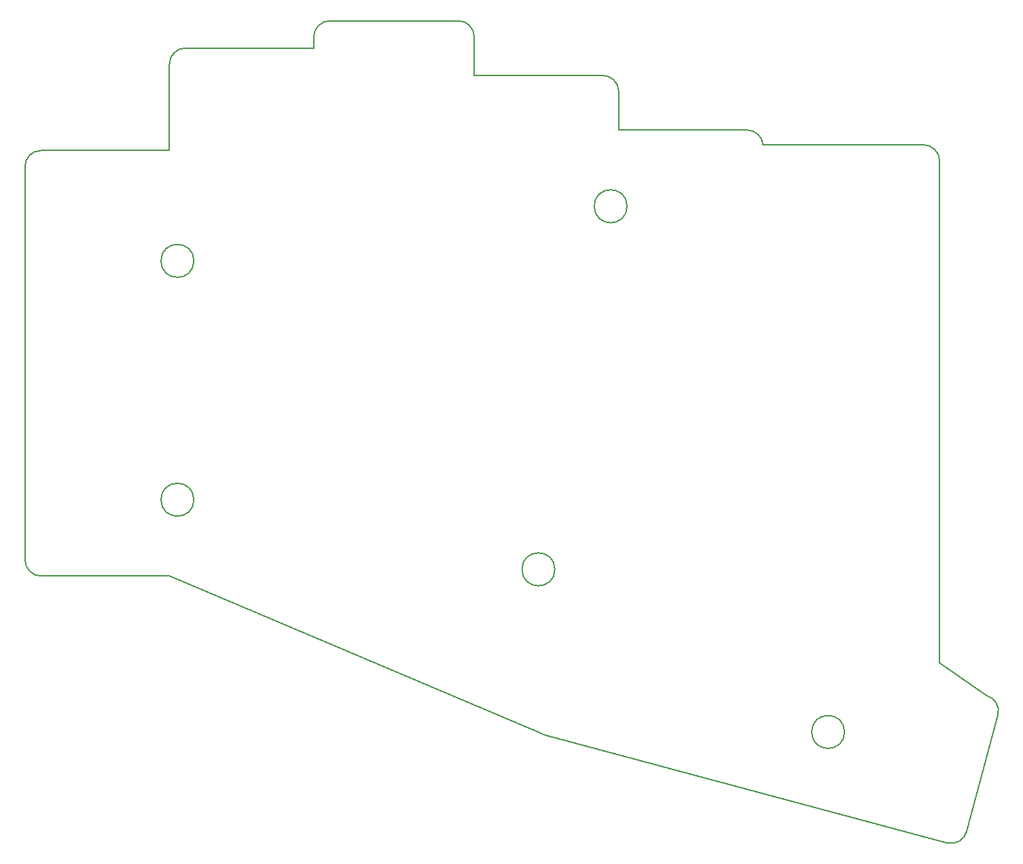
<source format=gbr>
G04 #@! TF.GenerationSoftware,KiCad,Pcbnew,5.1.5+dfsg1-2build2*
G04 #@! TF.CreationDate,2022-04-19T07:05:38+00:00*
G04 #@! TF.ProjectId,board,626f6172-642e-46b6-9963-61645f706362,v1.0.0*
G04 #@! TF.SameCoordinates,Original*
G04 #@! TF.FileFunction,Profile,NP*
%FSLAX46Y46*%
G04 Gerber Fmt 4.6, Leading zero omitted, Abs format (unit mm)*
G04 Created by KiCad (PCBNEW 5.1.5+dfsg1-2build2) date 2022-04-19 07:05:38*
%MOMM*%
%LPD*%
G04 APERTURE LIST*
G04 #@! TA.AperFunction,Profile*
%ADD10C,0.150000*%
G04 #@! TD*
G04 APERTURE END LIST*
D10*
X10000000Y-9500000D02*
X26000000Y-9500000D01*
X8000000Y-7500000D02*
X8000000Y41500000D01*
X10000000Y-9500000D02*
G75*
G02X8000000Y-7500000I0J2000000D01*
G01*
X26000000Y43500000D02*
X10000000Y43500000D01*
X8000000Y41500000D02*
G75*
G02X10000000Y43500000I2000000J0D01*
G01*
X44000000Y56250000D02*
X28000000Y56250000D01*
X26000000Y54250000D02*
G75*
G02X28000000Y56250000I2000000J0D01*
G01*
X26000000Y54250000D02*
X26000000Y43500000D01*
X64000000Y52850000D02*
X64000000Y57650000D01*
X62000000Y59650000D02*
G75*
G02X64000000Y57650000I0J-2000000D01*
G01*
X62000000Y59650000D02*
X46000000Y59650000D01*
X44000000Y57650000D02*
G75*
G02X46000000Y59650000I2000000J0D01*
G01*
X44000000Y57650000D02*
X44000000Y56250000D01*
X82000000Y46050000D02*
X82000000Y50850000D01*
X80000000Y52850000D02*
G75*
G02X82000000Y50850000I0J-2000000D01*
G01*
X80000000Y52850000D02*
X64000000Y52850000D01*
X98000000Y46050000D02*
G75*
G02X99994367Y44200000I0J-2000000D01*
G01*
X98000000Y46050000D02*
X82000000Y46050000D01*
X72707107Y-29274745D02*
X122935250Y-42733335D01*
X72707107Y-29274745D02*
G75*
G02X72197860Y-29059141I517638J1931852D01*
G01*
X125384739Y-41319122D02*
G75*
G02X122935250Y-42733335I-1931851J517638D01*
G01*
X125384740Y-41319122D02*
X129267025Y-26830234D01*
X127852812Y-24380745D02*
G75*
G02X129267025Y-26830234I-517638J-1931851D01*
G01*
X122000000Y-20297692D02*
X127852812Y-24380745D01*
X72197860Y-29059141D02*
X26000000Y-9500000D01*
X122000000Y-20297692D02*
X122000000Y42200000D01*
X120000000Y44200000D02*
G75*
G02X122000000Y42200000I0J-2000000D01*
G01*
X120000000Y44200000D02*
X99994367Y44200000D01*
X29050000Y29750000D02*
G75*
G03X29050000Y29750000I-2050000J0D01*
G01*
X29050000Y0D02*
G75*
G03X29050000Y0I-2050000J0D01*
G01*
X83050000Y36550000D02*
G75*
G03X83050000Y36550000I-2050000J0D01*
G01*
X74050000Y-8670000D02*
G75*
G03X74050000Y-8670000I-2050000J0D01*
G01*
X110153958Y-28924179D02*
G75*
G03X110153958Y-28924179I-2050000J0D01*
G01*
M02*

</source>
